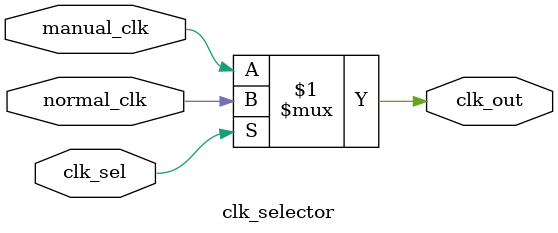
<source format=v>
module clk_selector(
		input manual_clk,
		input normal_clk,
		input clk_sel,
		output clk_out);

		assign clk_out = (clk_sel) ? normal_clk : manual_clk;
		
endmodule 
</source>
